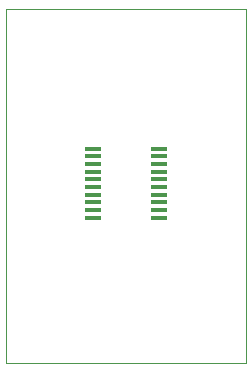
<source format=gtp>
G75*
%MOIN*%
%OFA0B0*%
%FSLAX25Y25*%
%IPPOS*%
%LPD*%
%AMOC8*
5,1,8,0,0,1.08239X$1,22.5*
%
%ADD10C,0.00000*%
%ADD11R,0.05800X0.01400*%
D10*
X0010800Y0001500D02*
X0010800Y0119610D01*
X0090721Y0119610D01*
X0090721Y0001500D01*
X0010800Y0001500D01*
D11*
X0039700Y0050000D03*
X0039700Y0052500D03*
X0039700Y0055100D03*
X0039700Y0057700D03*
X0039700Y0060200D03*
X0039700Y0062800D03*
X0039700Y0065300D03*
X0039700Y0067900D03*
X0039700Y0070500D03*
X0039700Y0073000D03*
X0061900Y0073000D03*
X0061900Y0070500D03*
X0061900Y0067900D03*
X0061900Y0065300D03*
X0061900Y0062800D03*
X0061900Y0060200D03*
X0061900Y0057700D03*
X0061900Y0055100D03*
X0061900Y0052500D03*
X0061900Y0050000D03*
M02*

</source>
